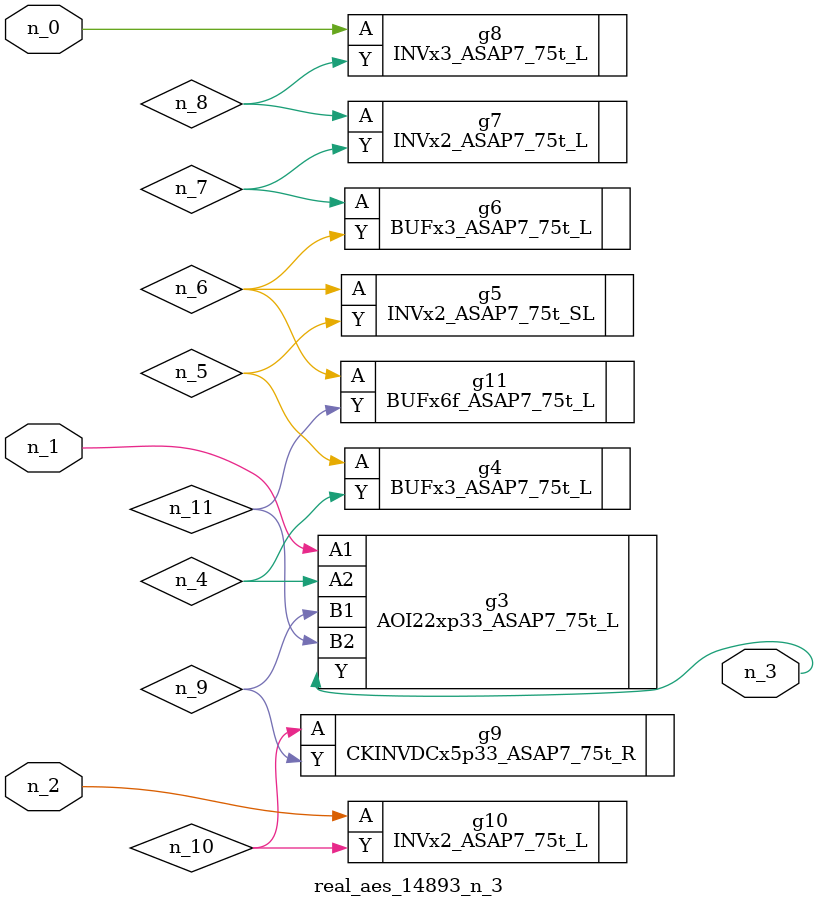
<source format=v>
module real_aes_14893_n_3 (n_0, n_2, n_1, n_3);
input n_0;
input n_2;
input n_1;
output n_3;
wire n_4;
wire n_5;
wire n_7;
wire n_9;
wire n_6;
wire n_8;
wire n_10;
wire n_11;
INVx3_ASAP7_75t_L g8 ( .A(n_0), .Y(n_8) );
AOI22xp33_ASAP7_75t_L g3 ( .A1(n_1), .A2(n_4), .B1(n_9), .B2(n_11), .Y(n_3) );
INVx2_ASAP7_75t_L g10 ( .A(n_2), .Y(n_10) );
BUFx3_ASAP7_75t_L g4 ( .A(n_5), .Y(n_4) );
INVx2_ASAP7_75t_SL g5 ( .A(n_6), .Y(n_5) );
BUFx6f_ASAP7_75t_L g11 ( .A(n_6), .Y(n_11) );
BUFx3_ASAP7_75t_L g6 ( .A(n_7), .Y(n_6) );
INVx2_ASAP7_75t_L g7 ( .A(n_8), .Y(n_7) );
CKINVDCx5p33_ASAP7_75t_R g9 ( .A(n_10), .Y(n_9) );
endmodule
</source>
